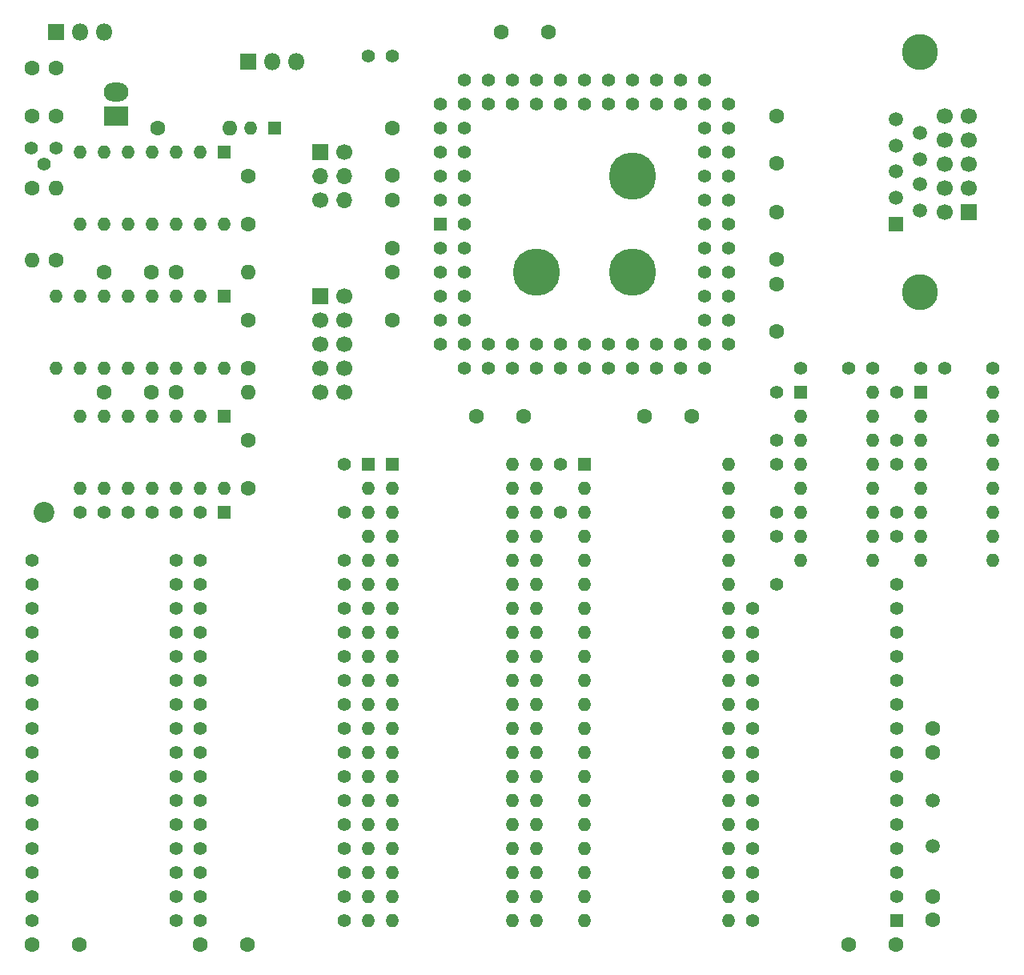
<source format=gbr>
%TF.GenerationSoftware,KiCad,Pcbnew,5.1.5*%
%TF.CreationDate,2020-05-07T22:51:20+02:00*%
%TF.ProjectId,superpet,73757065-7270-4657-942e-6b696361645f,rev?*%
%TF.SameCoordinates,PX2edf448PY2f17140*%
%TF.FileFunction,Soldermask,Bot*%
%TF.FilePolarity,Negative*%
%FSLAX46Y46*%
G04 Gerber Fmt 4.6, Leading zero omitted, Abs format (unit mm)*
G04 Created by KiCad (PCBNEW 5.1.5) date 2020-05-07 22:51:20*
%MOMM*%
%LPD*%
G04 APERTURE LIST*
%ADD10R,1.422400X1.422400*%
%ADD11O,1.422400X1.422400*%
%ADD12C,5.000000*%
%ADD13O,1.800000X1.800000*%
%ADD14R,1.800000X1.800000*%
%ADD15C,3.810000*%
%ADD16R,1.520000X1.520000*%
%ADD17C,1.520000*%
%ADD18C,1.422400*%
%ADD19R,1.700000X1.700000*%
%ADD20C,1.700000*%
%ADD21C,1.400000*%
%ADD22C,1.500000*%
%ADD23R,2.600000X2.000000*%
%ADD24O,2.600000X2.000000*%
%ADD25C,1.600000*%
%ADD26O,1.600000X1.600000*%
%ADD27C,2.200000*%
%ADD28O,1.700000X1.700000*%
G04 APERTURE END LIST*
D10*
X82931000Y-39522400D03*
D11*
X90551000Y-57302400D03*
X82931000Y-42062400D03*
X90551000Y-54762400D03*
X82931000Y-44602400D03*
X90551000Y-52222400D03*
X82931000Y-47142400D03*
X90551000Y-49682400D03*
X82931000Y-49682400D03*
X90551000Y-47142400D03*
X82931000Y-52222400D03*
X90551000Y-44602400D03*
X82931000Y-54762400D03*
X90551000Y-42062400D03*
X82931000Y-57302400D03*
X90551000Y-39522400D03*
D12*
X65151000Y-26822400D03*
X65151000Y-16662400D03*
X54991000Y-26822400D03*
D13*
X9271000Y-1422400D03*
X6731000Y-1422400D03*
D14*
X4191000Y-1422400D03*
D15*
X95551000Y-28994100D03*
X95551000Y-3594100D03*
D16*
X93011000Y-21754100D03*
D17*
X93011000Y-18964100D03*
X93011000Y-16164100D03*
X93011000Y-13504100D03*
X93011000Y-10704100D03*
X95551000Y-12104100D03*
X95551000Y-14894100D03*
X95551000Y-17564100D03*
X95551000Y-20354100D03*
D18*
X47371000Y-21742400D03*
X47371000Y-24282400D03*
X47371000Y-26822400D03*
X47371000Y-29362400D03*
X47371000Y-31902400D03*
X47371000Y-19202400D03*
X47371000Y-16662400D03*
X47371000Y-14122400D03*
X47371000Y-11582400D03*
X47371000Y-9042400D03*
X47371000Y-6502400D03*
D10*
X44831000Y-21742400D03*
D18*
X44831000Y-24282400D03*
X44831000Y-26822400D03*
X44831000Y-29362400D03*
X44831000Y-31902400D03*
X44831000Y-34442400D03*
X44831000Y-19202400D03*
X44831000Y-16662400D03*
X44831000Y-14122400D03*
X44831000Y-11582400D03*
X44831000Y-9042400D03*
X47371000Y-34442400D03*
X49911000Y-34442400D03*
X52451000Y-34442400D03*
X54991000Y-34442400D03*
X57531000Y-34442400D03*
X60071000Y-34442400D03*
X62611000Y-34442400D03*
X65151000Y-34442400D03*
X67691000Y-34442400D03*
X70231000Y-34442400D03*
X47371000Y-36982400D03*
X49911000Y-36982400D03*
X52451000Y-36982400D03*
X54991000Y-36982400D03*
X57531000Y-36982400D03*
X60071000Y-36982400D03*
X62611000Y-36982400D03*
X65151000Y-36982400D03*
X67691000Y-36982400D03*
X70231000Y-36982400D03*
X72771000Y-36982400D03*
X72771000Y-34442400D03*
X72771000Y-31902400D03*
X72771000Y-29362400D03*
X72771000Y-26822400D03*
X72771000Y-24282400D03*
X72771000Y-21742400D03*
X72771000Y-19202400D03*
X72771000Y-16662400D03*
X72771000Y-14122400D03*
X72771000Y-11582400D03*
X75311000Y-34442400D03*
X75311000Y-31902400D03*
X75311000Y-29362400D03*
X75311000Y-26822400D03*
X75311000Y-24282400D03*
X75311000Y-21742400D03*
X75311000Y-19202400D03*
X75311000Y-16662400D03*
X75311000Y-14122400D03*
X75311000Y-11582400D03*
X75311000Y-9042400D03*
X72771000Y-9042400D03*
X70231000Y-9042400D03*
X67691000Y-9042400D03*
X65151000Y-9042400D03*
X62611000Y-9042400D03*
X60071000Y-9042400D03*
X57531000Y-9042400D03*
X54991000Y-9042400D03*
X52451000Y-9042400D03*
X49911000Y-9042400D03*
X72771000Y-6502400D03*
X70231000Y-6502400D03*
X67691000Y-6502400D03*
X65151000Y-6502400D03*
X62611000Y-6502400D03*
X60071000Y-6502400D03*
X57531000Y-6502400D03*
X54991000Y-6502400D03*
X52451000Y-6502400D03*
X49911000Y-6502400D03*
D19*
X32131000Y-29362400D03*
D20*
X34671000Y-29362400D03*
X32131000Y-31902400D03*
X34671000Y-31902400D03*
X32131000Y-34442400D03*
X34671000Y-34442400D03*
X32131000Y-36982400D03*
X34671000Y-36982400D03*
X32131000Y-39522400D03*
X34671000Y-39522400D03*
D10*
X37211000Y-47142400D03*
D11*
X52451000Y-95402400D03*
X37211000Y-49682400D03*
X52451000Y-92862400D03*
X37211000Y-52222400D03*
X52451000Y-90322400D03*
X37211000Y-54762400D03*
X52451000Y-87782400D03*
X37211000Y-57302400D03*
X52451000Y-85242400D03*
X37211000Y-59842400D03*
X52451000Y-82702400D03*
X37211000Y-62382400D03*
X52451000Y-80162400D03*
X37211000Y-64922400D03*
X52451000Y-77622400D03*
X37211000Y-67462400D03*
X52451000Y-75082400D03*
X37211000Y-70002400D03*
X52451000Y-72542400D03*
X37211000Y-72542400D03*
X52451000Y-70002400D03*
X37211000Y-75082400D03*
X52451000Y-67462400D03*
X37211000Y-77622400D03*
X52451000Y-64922400D03*
X37211000Y-80162400D03*
X52451000Y-62382400D03*
X37211000Y-82702400D03*
X52451000Y-59842400D03*
X37211000Y-85242400D03*
X52451000Y-57302400D03*
X37211000Y-87782400D03*
X52451000Y-54762400D03*
X37211000Y-90322400D03*
X52451000Y-52222400D03*
X37211000Y-92862400D03*
X52451000Y-49682400D03*
X37211000Y-95402400D03*
X52451000Y-47142400D03*
D10*
X39751000Y-47142400D03*
D11*
X54991000Y-95402400D03*
X39751000Y-49682400D03*
X54991000Y-92862400D03*
X39751000Y-52222400D03*
X54991000Y-90322400D03*
X39751000Y-54762400D03*
X54991000Y-87782400D03*
X39751000Y-57302400D03*
X54991000Y-85242400D03*
X39751000Y-59842400D03*
X54991000Y-82702400D03*
X39751000Y-62382400D03*
X54991000Y-80162400D03*
X39751000Y-64922400D03*
X54991000Y-77622400D03*
X39751000Y-67462400D03*
X54991000Y-75082400D03*
X39751000Y-70002400D03*
X54991000Y-72542400D03*
X39751000Y-72542400D03*
X54991000Y-70002400D03*
X39751000Y-75082400D03*
X54991000Y-67462400D03*
X39751000Y-77622400D03*
X54991000Y-64922400D03*
X39751000Y-80162400D03*
X54991000Y-62382400D03*
X39751000Y-82702400D03*
X54991000Y-59842400D03*
X39751000Y-85242400D03*
X54991000Y-57302400D03*
X39751000Y-87782400D03*
X54991000Y-54762400D03*
X39751000Y-90322400D03*
X54991000Y-52222400D03*
X39751000Y-92862400D03*
X54991000Y-49682400D03*
X39751000Y-95402400D03*
X54991000Y-47142400D03*
D10*
X60071000Y-47142400D03*
D11*
X75311000Y-95402400D03*
X60071000Y-49682400D03*
X75311000Y-92862400D03*
X60071000Y-52222400D03*
X75311000Y-90322400D03*
X60071000Y-54762400D03*
X75311000Y-87782400D03*
X60071000Y-57302400D03*
X75311000Y-85242400D03*
X60071000Y-59842400D03*
X75311000Y-82702400D03*
X60071000Y-62382400D03*
X75311000Y-80162400D03*
X60071000Y-64922400D03*
X75311000Y-77622400D03*
X60071000Y-67462400D03*
X75311000Y-75082400D03*
X60071000Y-70002400D03*
X75311000Y-72542400D03*
X60071000Y-72542400D03*
X75311000Y-70002400D03*
X60071000Y-75082400D03*
X75311000Y-67462400D03*
X60071000Y-77622400D03*
X75311000Y-64922400D03*
X60071000Y-80162400D03*
X75311000Y-62382400D03*
X60071000Y-82702400D03*
X75311000Y-59842400D03*
X60071000Y-85242400D03*
X75311000Y-57302400D03*
X60071000Y-87782400D03*
X75311000Y-54762400D03*
X60071000Y-90322400D03*
X75311000Y-52222400D03*
X60071000Y-92862400D03*
X75311000Y-49682400D03*
X60071000Y-95402400D03*
X75311000Y-47142400D03*
D10*
X21971000Y-29362400D03*
D11*
X4191000Y-36982400D03*
X19431000Y-29362400D03*
X6731000Y-36982400D03*
X16891000Y-29362400D03*
X9271000Y-36982400D03*
X14351000Y-29362400D03*
X11811000Y-36982400D03*
X11811000Y-29362400D03*
X14351000Y-36982400D03*
X9271000Y-29362400D03*
X16891000Y-36982400D03*
X6731000Y-29362400D03*
X19431000Y-36982400D03*
X4191000Y-29362400D03*
X21971000Y-36982400D03*
D10*
X21971000Y-14122400D03*
D11*
X6731000Y-21742400D03*
X19431000Y-14122400D03*
X9271000Y-21742400D03*
X16891000Y-14122400D03*
X11811000Y-21742400D03*
X14351000Y-14122400D03*
X14351000Y-21742400D03*
X11811000Y-14122400D03*
X16891000Y-21742400D03*
X9271000Y-14122400D03*
X19431000Y-21742400D03*
X6731000Y-14122400D03*
X21971000Y-21742400D03*
D21*
X2921000Y-15392400D03*
X1591000Y-13722400D03*
X4191000Y-13722400D03*
D22*
X96901000Y-82702400D03*
X96901000Y-87582400D03*
D10*
X21971000Y-42062400D03*
D11*
X6731000Y-49682400D03*
X19431000Y-42062400D03*
X9271000Y-49682400D03*
X16891000Y-42062400D03*
X11811000Y-49682400D03*
X14351000Y-42062400D03*
X14351000Y-49682400D03*
X11811000Y-42062400D03*
X16891000Y-49682400D03*
X9271000Y-42062400D03*
X19431000Y-49682400D03*
X6731000Y-42062400D03*
X21971000Y-49682400D03*
D23*
X10541000Y-10312400D03*
D24*
X10541000Y-7772400D03*
D25*
X16891000Y-39522400D03*
D26*
X24511000Y-39522400D03*
D25*
X16891000Y-26822400D03*
D26*
X24511000Y-26822400D03*
D25*
X4191000Y-25552400D03*
D26*
X4191000Y-17932400D03*
D25*
X1651000Y-17932400D03*
D26*
X1651000Y-25552400D03*
D27*
X2921000Y-52222400D03*
D20*
X32131000Y-19202400D03*
D28*
X32131000Y-16662400D03*
X34671000Y-19202400D03*
D20*
X34671000Y-14122400D03*
D28*
X34671000Y-16662400D03*
D19*
X32131000Y-14122400D03*
D25*
X4191000Y-10312400D03*
X4191000Y-5312400D03*
X1651000Y-10312400D03*
X1651000Y-5312400D03*
X39751000Y-26902400D03*
X39751000Y-31902400D03*
X48641000Y-42062400D03*
X53641000Y-42062400D03*
X66421000Y-42062400D03*
X71421000Y-42062400D03*
X80391000Y-33092400D03*
X80391000Y-28092400D03*
X80391000Y-20472400D03*
X80391000Y-25472400D03*
X80391000Y-10312400D03*
X80391000Y-15312400D03*
X56261000Y-1422400D03*
X51261000Y-1422400D03*
X39751000Y-11582400D03*
X39751000Y-16582400D03*
X24511000Y-49682400D03*
X24511000Y-44682400D03*
X24511000Y-36982400D03*
X24511000Y-31982400D03*
X24511000Y-21742400D03*
X24511000Y-16742400D03*
X1651000Y-97942400D03*
X6651000Y-97942400D03*
X19431000Y-97942400D03*
X24431000Y-97942400D03*
X88011000Y-97942400D03*
X93011000Y-97942400D03*
X9271000Y-26822400D03*
X14271000Y-26822400D03*
X9271000Y-39522400D03*
X14271000Y-39522400D03*
X39751000Y-24282400D03*
X39751000Y-19282400D03*
D18*
X77851000Y-95402400D03*
D10*
X93091000Y-95402400D03*
D18*
X77851000Y-92862400D03*
X93091000Y-92862400D03*
X77851000Y-90322400D03*
X93091000Y-90322400D03*
X77851000Y-87782400D03*
X93091000Y-87782400D03*
X77851000Y-85242400D03*
X93091000Y-85242400D03*
X77851000Y-82702400D03*
X93091000Y-82702400D03*
X77851000Y-80162400D03*
X93091000Y-80162400D03*
X77851000Y-77622400D03*
X93091000Y-77622400D03*
X77851000Y-75082400D03*
X93091000Y-75082400D03*
X77851000Y-72542400D03*
X93091000Y-72542400D03*
X77851000Y-70002400D03*
X93091000Y-70002400D03*
X77851000Y-67462400D03*
X93091000Y-67462400D03*
X77851000Y-64922400D03*
X93091000Y-64922400D03*
X77851000Y-62382400D03*
X93091000Y-62382400D03*
X1651000Y-95402400D03*
X16891000Y-95402400D03*
X1651000Y-92862400D03*
X16891000Y-92862400D03*
X1651000Y-90322400D03*
X16891000Y-90322400D03*
X1651000Y-87782400D03*
X16891000Y-87782400D03*
X1651000Y-85242400D03*
X16891000Y-85242400D03*
X1651000Y-82702400D03*
X16891000Y-82702400D03*
X1651000Y-80162400D03*
X16891000Y-80162400D03*
X1651000Y-77622400D03*
X16891000Y-77622400D03*
X1651000Y-75082400D03*
X16891000Y-75082400D03*
X1651000Y-72542400D03*
X16891000Y-72542400D03*
X1651000Y-70002400D03*
X16891000Y-70002400D03*
X1651000Y-67462400D03*
X16891000Y-67462400D03*
X1651000Y-64922400D03*
X16891000Y-64922400D03*
X1651000Y-62382400D03*
X16891000Y-62382400D03*
X1651000Y-59842400D03*
X16891000Y-59842400D03*
X1651000Y-57302400D03*
X16891000Y-57302400D03*
X19431000Y-95402400D03*
X34671000Y-95402400D03*
X19431000Y-92862400D03*
X34671000Y-92862400D03*
X19431000Y-90322400D03*
X34671000Y-90322400D03*
X19431000Y-87782400D03*
X34671000Y-87782400D03*
X19431000Y-85242400D03*
X34671000Y-85242400D03*
X19431000Y-82702400D03*
X34671000Y-82702400D03*
X19431000Y-80162400D03*
X34671000Y-80162400D03*
X19431000Y-77622400D03*
X34671000Y-77622400D03*
X19431000Y-75082400D03*
X34671000Y-75082400D03*
X19431000Y-72542400D03*
X34671000Y-72542400D03*
X19431000Y-70002400D03*
X34671000Y-70002400D03*
X19431000Y-67462400D03*
X34671000Y-67462400D03*
X19431000Y-64922400D03*
X34671000Y-64922400D03*
X19431000Y-62382400D03*
X34671000Y-62382400D03*
X19431000Y-59842400D03*
X34671000Y-59842400D03*
X19431000Y-57302400D03*
X34671000Y-57302400D03*
X57531000Y-52222400D03*
X57531000Y-47142400D03*
X34671000Y-52222400D03*
X34671000Y-47142400D03*
D10*
X21971000Y-52222400D03*
D18*
X19431000Y-52222400D03*
X16891000Y-52222400D03*
X14351000Y-52222400D03*
X11811000Y-52222400D03*
X9271000Y-52222400D03*
X6731000Y-52222400D03*
X39751000Y-3962400D03*
X37251000Y-3962400D03*
D10*
X27305000Y-11582400D03*
D11*
X24765000Y-11582400D03*
D25*
X14986000Y-11582400D03*
D26*
X22606000Y-11582400D03*
D25*
X96901000Y-95362400D03*
X96901000Y-92862400D03*
X96901000Y-77622400D03*
X96901000Y-75122400D03*
D14*
X24511000Y-4597400D03*
D13*
X27051000Y-4597400D03*
X29591000Y-4597400D03*
D18*
X93091000Y-39522400D03*
X93091000Y-44602400D03*
X80391000Y-39522400D03*
X80391000Y-44602400D03*
X98171000Y-36982400D03*
X103251000Y-36982400D03*
X93091000Y-52222400D03*
X93091000Y-47142400D03*
X80391000Y-52222400D03*
X80391000Y-47142400D03*
X90551000Y-36982400D03*
X95631000Y-36982400D03*
X88011000Y-36982400D03*
X82931000Y-36982400D03*
X93091000Y-54762400D03*
X93091000Y-59842400D03*
X80391000Y-59842400D03*
X80391000Y-54762400D03*
D10*
X95631000Y-39522400D03*
D11*
X103251000Y-57302400D03*
X95631000Y-42062400D03*
X103251000Y-54762400D03*
X95631000Y-44602400D03*
X103251000Y-52222400D03*
X95631000Y-47142400D03*
X103251000Y-49682400D03*
X95631000Y-49682400D03*
X103251000Y-47142400D03*
X95631000Y-52222400D03*
X103251000Y-44602400D03*
X95631000Y-54762400D03*
X103251000Y-42062400D03*
X95631000Y-57302400D03*
X103251000Y-39522400D03*
D20*
X98171000Y-10312400D03*
X100711000Y-10312400D03*
X98171000Y-12852400D03*
X100711000Y-12852400D03*
X98171000Y-15392400D03*
X100711000Y-15392400D03*
X98171000Y-17932400D03*
X100711000Y-17932400D03*
X98171000Y-20472400D03*
D19*
X100711000Y-20472400D03*
M02*

</source>
